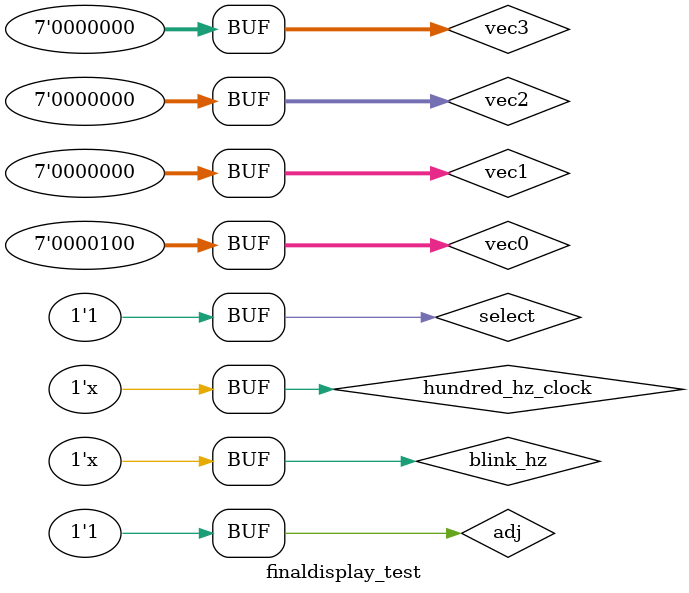
<source format=v>
`timescale 1ns / 1ps


module finaldisplay_test;

	// Inputs
	reg blink_hz;
	reg hundred_hz_clock;
	reg select;
	reg adj;
	reg [6:0] vec0;
	reg [6:0] vec1;
	reg [6:0] vec2;
	reg [6:0] vec3;

	// Outputs
	wire [6:0] cathode;
	wire [3:0] anode;

	// Instantiate the Unit Under Test (UUT)
	final_display uut (
		.blink_hz(blink_hz), 
		.hundred_hz_clock(hundred_hz_clock), 
		.select(select), 
		.adj(adj), 
		.vec0(vec0), 
		.vec1(vec1), 
		.vec2(vec2), 
		.vec3(vec3), 
		.cathode(cathode), 
		.anode(anode)
	);

	initial begin
		// Initialize Inputs
		blink_hz = 0;
		hundred_hz_clock = 0;
		select = 1;
		adj = 1;
		vec0 = 0;
		vec1 = 0;
		vec2 = 0;
		vec3 = 0;

		// Wait 100 ns for global reset to finish
		#100;
        vec0 = 2;
		vec1 = 0;
		vec2 = 0;
		vec3 = 0;
        
        #100;
        vec0 = 4;
		vec1 = 0;
		vec2 = 0;
		vec3 = 0;
       
		// Add stimulus here

	end
    always #100 blink_hz = ~blink_hz;
    always #5 hundred_hz_clock = ~hundred_hz_clock;
endmodule


</source>
